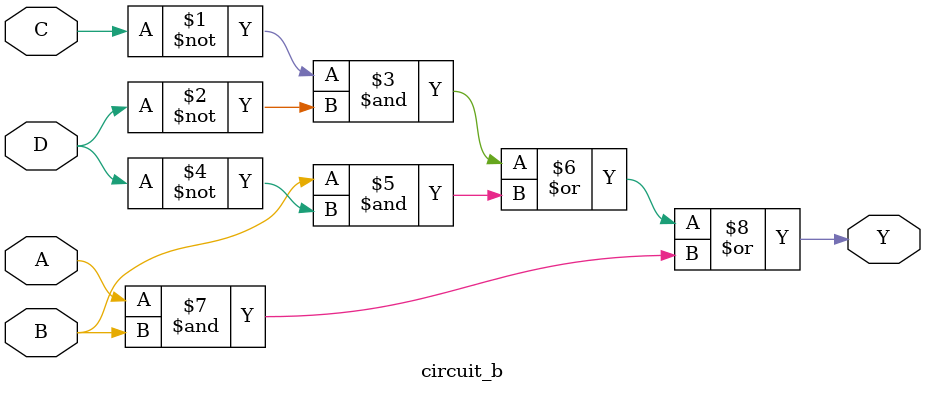
<source format=v>
module circuit_b(
    input A, B, C, D,
    output Y
);

    assign Y = (~C & ~D) | (B & ~D) | (A & B);

endmodule

</source>
